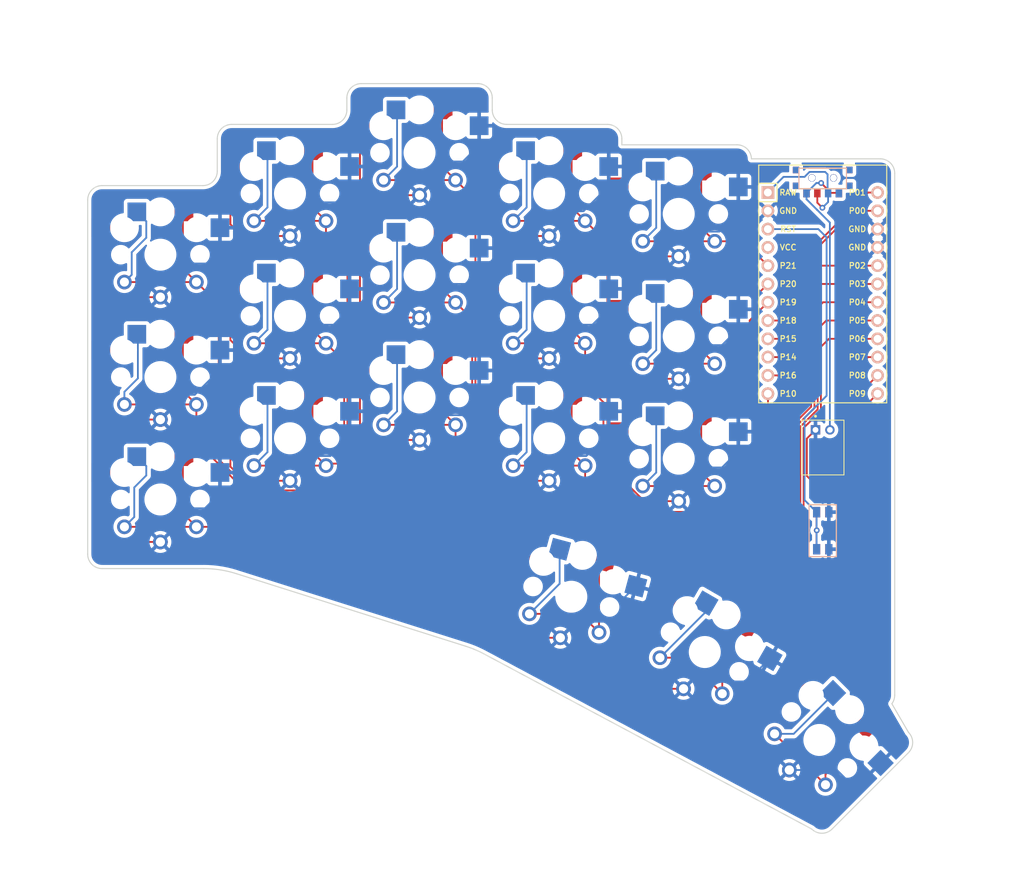
<source format=kicad_pcb>
(kicad_pcb (version 20211014) (generator pcbnew)
  (title_block (title "rae_dux_no_splay") (rev "v1.0.0") (company "Unknown"))
  (layers (0 "F.Cu" signal) (31 "B.Cu" signal) (34 "B.Paste" user) (35 "F.Paste" user) (36 "B.SilkS" user "B.Silkscreen") (37 "F.SilkS" user "F.Silkscreen") (38 "B.Mask" user) (39 "F.Mask" user) (44 "Edge.Cuts" user))
  (net 0 "")
  (net 1 "P6")
  (net 2 "GND")
  (net 3 "P5")
  (net 4 "P4")
  (net 5 "P3")
  (net 6 "P2")
  (net 7 "P0")
  (net 8 "P1")
  (net 9 "P18")
  (net 10 "P15")
  (net 11 "P14")
  (net 12 "P16")
  (net 13 "P10")
  (net 14 "P19")
  (net 15 "P20")
  (net 16 "P21")
  (net 17 "P7")
  (net 18 "P8")
  (net 19 "P9")
  (net 20 "RAW")
  (net 21 "RST")
  (net 22 "VCC")
  (net 23 "Braw")
  (footprint "E73:SPDT_C128955" (layer "F.Cu") (at 160 -94.666667)
    (fp_text reference "T1" hide)
    (fp_text value "" hide)
  )
  (footprint "lib:bat" (layer "F.Cu") (at 160 -59.666667)
    (fp_text reference "")
    (fp_text value "")
  )
  (footprint "PG1350" (layer "F.Cu") (at 104 -81.166667)
    (fp_text reference "S15" hide)
    (fp_text value "" hide)
  )
  (footprint "PG1350" (layer "F.Cu") (at 86 -75.5)
    (fp_text reference "S9" hide)
    (fp_text value "" hide)
  )
  (footprint "PG1350" (layer "F.Cu") (at 104 -64.166667 180)
    (fp_text reference "S14" hide)
    (fp_text value "" hide)
  )
  (footprint "PG1350" (layer "F.Cu") (at 104 -64.166667)
    (fp_text reference "S13" hide)
    (fp_text value "" hide)
  )
  (footprint "PG1350" (layer "F.Cu") (at 104 -98.166667)
    (fp_text reference "S17" hide)
    (fp_text value "" hide)
  )
  (footprint "PG1350" (layer "F.Cu") (at 140 -72.666667)
    (fp_text reference "S27" hide)
    (fp_text value "" hide)
  )
  (footprint "PG1350" (layer "F.Cu") (at 104 -98.166667 180)
    (fp_text reference "S18" hide)
    (fp_text value "" hide)
  )
  (footprint "PG1350" (layer "F.Cu") (at 104 -81.166667 180)
    (fp_text reference "S16" hide)
    (fp_text value "" hide)
  )
  (footprint "PG1350" (layer "F.Cu") (at 143.617558 -28.810397 -30)
    (fp_text reference "S33" hide)
    (fp_text value "" hide)
  )
  (footprint "PG1350" (layer "F.Cu") (at 125.079959 -36.488922 -15)
    (fp_text reference "S31" hide)
    (fp_text value "" hide)
  )
  (footprint "PG1350" (layer "F.Cu") (at 68 -84 180)
    (fp_text reference "S6" hide)
    (fp_text value "" hide)
  )
  (footprint "PG1350" (layer "F.Cu") (at 140 -89.666667)
    (fp_text reference "S29" hide)
    (fp_text value "" hide)
  )
  (footprint "PG1350" (layer "F.Cu") (at 68 -50 180)
    (fp_text reference "S2" hide)
    (fp_text value "" hide)
  )
  (footprint "PG1350" (layer "F.Cu") (at 140 -89.666667 180)
    (fp_text reference "S30" hide)
    (fp_text value "" hide)
  )
  (footprint "PG1350" (layer "F.Cu") (at 140 -55.666667)
    (fp_text reference "S25" hide)
    (fp_text value "" hide)
  )
  (footprint "PG1350" (layer "F.Cu") (at 86 -58.5)
    (fp_text reference "S7" hide)
    (fp_text value "" hide)
  )
  (footprint "PG1350" (layer "F.Cu") (at 122 -92.5)
    (fp_text reference "S23" hide)
    (fp_text value "" hide)
  )
  (footprint "PG1350" (layer "F.Cu") (at 140 -55.666667 180)
    (fp_text reference "S26" hide)
    (fp_text value "" hide)
  )
  (footprint "PG1350" (layer "F.Cu") (at 143.617558 -28.810397 150)
    (fp_text reference "S34" hide)
    (fp_text value "" hide)
  )
  (footprint "PG1350" (layer "F.Cu") (at 86 -75.5 180)
    (fp_text reference "S10" hide)
    (fp_text value "" hide)
  )
  (footprint "PG1350" (layer "F.Cu") (at 86 -58.5 180)
    (fp_text reference "S8" hide)
    (fp_text value "" hide)
  )
  (footprint "PG1350" (layer "F.Cu") (at 122 -58.5 180)
    (fp_text reference "S20" hide)
    (fp_text value "" hide)
  )
  (footprint "E73:SW_TACT_EVQ-P2602W" (layer "F.Cu") (at 160 -45.666667 90)
    (fp_text reference "B1" hide)
    (fp_text value "" hide)
  )
  (footprint "PG1350" (layer "F.Cu") (at 122 -75.5)
    (fp_text reference "S21" hide)
    (fp_text value "" hide)
  )
  (footprint "PG1350" (layer "F.Cu") (at 86 -92.5 180)
    (fp_text reference "S12" hide)
    (fp_text value "" hide)
  )
  (footprint "E73:SPDT_C128955" (layer "F.Cu") (at 160 -94.666667)
    (fp_text reference "T2" hide)
    (fp_text value "" hide)
  )
  (footprint "PG1350" (layer "F.Cu") (at 140 -72.666667 180)
    (fp_text reference "S28" hide)
    (fp_text value "" hide)
  )
  (footprint "PG1350" (layer "F.Cu") (at 68 -50)
    (fp_text reference "S1" hide)
    (fp_text value "" hide)
  )
  (footprint "ProMicro" (layer "F.Cu") (at 160 -78.666667 -90)
    (fp_text reference "MCU1" hide)
    (fp_text value "" hide)
  )
  (footprint "PG1350" (layer "F.Cu") (at 122 -92.5 180)
    (fp_text reference "S24" hide)
    (fp_text value "" hide)
  )
  (footprint "PG1350" (layer "F.Cu") (at 68 -67 180)
    (fp_text reference "S4" hide)
    (fp_text value "" hide)
  )
  (footprint "E73:SW_TACT_EVQ-P2602W" (layer "F.Cu") (at 160 -45.666667 90)
    (fp_text reference "B2" hide)
    (fp_text value "" hide)
  )
  (footprint "PG1350" (layer "F.Cu") (at 68 -84)
    (fp_text reference "S5" hide)
    (fp_text value "" hide)
  )
  (footprint "PG1350" (layer "F.Cu") (at 159.536156 -16.595628 135)
    (fp_text reference "S36" hide)
    (fp_text value "" hide)
  )
  (footprint "PG1350" (layer "F.Cu") (at 68 -67)
    (fp_text reference "S3" hide)
    (fp_text value "" hide)
  )
  (footprint "PG1350" (layer "F.Cu") (at 125.079959 -36.488922 165)
    (fp_text reference "S32" hide)
    (fp_text value "" hide)
  )
  (footprint "PG1350" (layer "F.Cu") (at 122 -75.5 180)
    (fp_text reference "S22" hide)
    (fp_text value "" hide)
  )
  (footprint "PG1350" (layer "F.Cu") (at 159.536156 -16.595628 -45)
    (fp_text reference "S35" hide)
    (fp_text value "" hide)
  )
  (footprint "PG1350" (layer "F.Cu") (at 86 -92.5)
    (fp_text reference "S11" hide)
    (fp_text value "" hide)
  )
  (footprint "PG1350" (layer "F.Cu") (at 122 -58.5)
    (fp_text reference "S19" hide)
    (fp_text value "" hide)
  )
  (gr_line (start 59.9 -40.4) (end 73.999859 -40.4) (layer "Edge.Cuts") (width 0.15))
  (gr_line (start 158.475495 -4.221259) (end 112.959796 -28.54046) (layer "Edge.Cuts") (width 0.15))
  (gr_arc (start 170 -22.816666) (mid 169.899318 -22.190097) (end 169.607411 -21.626612) (layer "Edge.Cuts") (width 0.15))
  (gr_arc (start 116.1 -102.1) (mid 114.685786 -102.685786) (end 114.1 -104.1) (layer "Edge.Cuts") (width 0.15))
  (gr_line (start 161.303923 -4.221259) (end 171.910524 -14.827861) (layer "Edge.Cuts") (width 0.15))
  (gr_line (start 132.1 -99.266667) (end 148.1 -99.266667) (layer "Edge.Cuts") (width 0.15))
  (gr_arc (start 161.303923 -4.221259) (mid 159.889709 -3.635472) (end 158.475495 -4.221259) (layer "Edge.Cuts") (width 0.15))
  (gr_line (start 169.607411 -21.626612) (end 171.910524 -17.656288) (layer "Edge.Cuts") (width 0.15))
  (gr_arc (start 57.9 -91.6) (mid 58.485786 -93.014214) (end 59.9 -93.6) (layer "Edge.Cuts") (width 0.15))
  (gr_line (start 110.415544 -29.611839) (end 78.524421 -39.70134) (layer "Edge.Cuts") (width 0.15))
  (gr_arc (start 73.999859 -40.4) (mid 76.288952 -40.224306) (end 78.524421 -39.70134) (layer "Edge.Cuts") (width 0.15))
  (gr_arc (start 75.9 -100.1) (mid 76.485786 -101.514214) (end 77.9 -102.1) (layer "Edge.Cuts") (width 0.15))
  (gr_arc (start 168 -97.316667) (mid 169.414214 -96.730881) (end 170 -95.316667) (layer "Edge.Cuts") (width 0.15))
  (gr_arc (start 93.9 -105.766667) (mid 94.485786 -107.180881) (end 95.9 -107.766667) (layer "Edge.Cuts") (width 0.15))
  (gr_line (start 116.1 -102.1) (end 130.1 -102.1) (layer "Edge.Cuts") (width 0.15))
  (gr_line (start 93.9 -104.1) (end 93.9 -105.766667) (layer "Edge.Cuts") (width 0.15))
  (gr_arc (start 171.910524 -17.656287) (mid 172.49631 -16.242074) (end 171.910524 -14.827861) (layer "Edge.Cuts") (width 0.15))
  (gr_arc (start 93.9 -104.1) (mid 93.314214 -102.685786) (end 91.9 -102.1) (layer "Edge.Cuts") (width 0.15))
  (gr_line (start 168 -97.316667) (end 150.099375 -97.316667) (layer "Edge.Cuts") (width 0.15))
  (gr_line (start 170 -22.816667) (end 170 -95.316667) (layer "Edge.Cuts") (width 0.15))
  (gr_line (start 132.1 -100.1) (end 132.1 -99.266667) (layer "Edge.Cuts") (width 0.15))
  (gr_line (start 95.9 -107.766667) (end 112.1 -107.766667) (layer "Edge.Cuts") (width 0.15))
  (gr_line (start 59.9 -93.6) (end 73.9 -93.6) (layer "Edge.Cuts") (width 0.15))
  (gr_arc (start 112.1 -107.766667) (mid 113.514214 -107.180881) (end 114.1 -105.766667) (layer "Edge.Cuts") (width 0.15))
  (gr_line (start 77.9 -102.1) (end 91.9 -102.1) (layer "Edge.Cuts") (width 0.15))
  (gr_line (start 114.1 -105.766667) (end 114.1 -104.1) (layer "Edge.Cuts") (width 0.15))
  (gr_arc (start 110.415544 -29.611839) (mid 111.71237 -29.134805) (end 112.959796 -28.54046) (layer "Edge.Cuts") (width 0.15))
  (gr_line (start 75.9 -95.6) (end 75.9 -100.1) (layer "Edge.Cuts") (width 0.15))
  (gr_arc (start 148.1 -99.266667) (mid 149.496424 -98.698449) (end 150.099375 -97.316667) (layer "Edge.Cuts") (width 0.15))
  (gr_line (start 57.9 -42.4) (end 57.9 -91.6) (layer "Edge.Cuts") (width 0.15))
  (gr_arc (start 75.9 -95.6) (mid 75.314214 -94.185786) (end 73.9 -93.6) (layer "Edge.Cuts") (width 0.15))
  (gr_arc (start 59.9 -40.4) (mid 58.485786 -40.985786) (end 57.9 -42.4) (layer "Edge.Cuts") (width 0.15))
  (gr_arc (start 130.1 -102.1) (mid 131.514214 -101.514214) (end 132.1 -100.1) (layer "Edge.Cuts") (width 0.15))
  (segment (start 160.86674 -72.316667) (end 167.62 -72.316667) (width 0.25) (layer "F.Cu") (net 1))
  (segment (start 157.937724 -60.512947) (end 159.749738 -62.324961) (width 0.25) (layer "F.Cu") (net 1))
  (segment (start 73 -46.2) (end 63 -46.2) (width 0.25) (layer "F.Cu") (net 1))
  (segment (start 79.66952 -46.2) (end 83.82 -50.35048) (width 0.25) (layer "F.Cu") (net 1))
  (segment (start 83.82 -50.35048) (end 91.795669 -50.35048) (width 0.25) (layer "F.Cu") (net 1))
  (segment (start 159.749738 -62.324961) (end 159.749738 -71.199665) (width 0.25) (layer "F.Cu") (net 1))
  (segment (start 71.125479 -48.074521) (end 71.125479 -55.800479) (width 0.25) (layer "F.Cu") (net 1))
  (segment (start 129.944354 -43.328497) (end 151.921386 -43.328496) (width 0.25) (layer "F.Cu") (net 1))
  (segment (start 157.34472 -59.930613) (end 157.927053 -60.512947) (width 0.25) (layer "F.Cu") (net 1))
  (segment (start 126.069011 -47.20384) (end 129.944354 -43.328497) (width 0.25) (layer "F.Cu") (net 1))
  (segment (start 91.795669 -50.35048) (end 95.077589 -53.6324) (width 0.25) (layer "F.Cu") (net 1))
  (segment (start 159.749738 -71.199665) (end 160.86674 -72.316667) (width 0.25) (layer "F.Cu") (net 1))
  (segment (start 73 -46.2) (end 79.66952 -46.2) (width 0.25) (layer "F.Cu") (net 1))
  (segment (start 71.125479 -55.800479) (end 71.275 -55.95) (width 0.25) (layer "F.Cu") (net 1))
  (segment (start 73 -46.2) (end 71.125479 -48.074521) (width 0.25) (layer "F.Cu") (net 1))
  (segment (start 157.34472 -48.751831) (end 157.34472 -59.930613) (width 0.25) (layer "F.Cu") (net 1))
  (segment (start 157.927053 -60.512947) (end 157.937724 -60.512947) (width 0.25) (layer "F.Cu") (net 1))
  (segment (start 108.921861 -53.6324) (end 115.350423 -47.20384) (width 0.25) (layer "F.Cu") (net 1))
  (segment (start 115.350423 -47.20384) (end 126.069011 -47.20384) (width 0.25) (layer "F.Cu") (net 1))
  (segment (start 95.077589 -53.6324) (end 108.921861 -53.6324) (width 0.25) (layer "F.Cu") (net 1))
  (segment (start 151.921386 -43.328496) (end 157.34472 -48.751831) (width 0.25) (layer "F.Cu") (net 1))
  (segment (start 66.04 -54.635) (end 64.725 -55.95) (width 0.25) (layer "B.Cu") (net 1))
  (segment (start 64.370487 -47.570487) (end 64.370487 -51.670487) (width 0.25) (layer "B.Cu") (net 1))
  (segment (start 66.04 -53.34) (end 66.04 -54.635) (width 0.25) (layer "B.Cu") (net 1))
  (segment (start 64.370487 -51.670487) (end 66.04 -53.34) (width 0.25) (layer "B.Cu") (net 1))
  (segment (start 63 -46.2) (end 64.370487 -47.570487) (width 0.25) (layer "B.Cu") (net 1))
  (segment (start 160.85 -48.241667) (end 160.85 -43.091667) (width 0.25) (layer "F.Cu") (net 2))
  (segment (start 134.62 -27.94) (end 138.859153 -23.700847) (width 0.25) (layer "F.Cu") (net 2))
  (segment (start 131.725 -93.416667) (end 131.725 -85.917938) (width 0.25) (layer "F.Cu") (net 2))
  (segment (start 156.336498 -25.098587) (end 150.565461 -19.32755) (width 0.25) (layer "F.Cu") (net 2))
  (segment (start 95.725 -67.916667) (end 95.725 -59.829228) (width 0.25) (layer "F.Cu") (net 2))
  (segment (start 95.725 -59.829228) (end 97.287561 -58.266667) (width 0.25) (layer "F.Cu") (net 2))
  (segment (start 61.6 -78.1) (end 68 -78.1) (width 0.25) (layer "F.Cu") (net 2))
  (segment (start 59.725 -87.75) (end 59.725 -79.975) (width 0.25) (layer "F.Cu") (net 2))
  (segment (start 113.725 -62.25) (end 113.725 -55.180422) (width 0.25) (layer "F.Cu") (net 2))
  (segment (start 61.354384 -61.1) (end 68 -61.1) (width 0.25) (layer "F.Cu") (net 2))
  (segment (start 80.26 -69.6) (end 86 -69.6) (width 0.25) (layer "F.Cu") (net 2))
  (segment (start 97.287561 -58.266667) (end 104 -58.266667) (width 0.25) (layer "F.Cu") (net 2))
  (segment (start 115.82 -69.6) (end 122 -69.6) (width 0.25) (layer "F.Cu") (net 2))
  (segment (start 131.725 -59.416667) (end 131.725 -53.245897) (width 0.25) (layer "F.Cu") (net 2))
  (segment (start 113.725 -88.261299) (end 115.386299 -86.6) (width 0.25) (layer "F.Cu") (net 2))
  (segment (start 116.84 -41.035377) (end 116.84 -33.02) (width 0.25) (layer "F.Cu") (net 2))
  (segment (start 59.725 -70.75) (end 59.725 -62.729384) (width 0.25) (layer "F.Cu") (net 2))
  (segment (start 159 -59.666667) (end 157.79424 -58.460907) (width 0.25) (layer "F.Cu") (net 2))
  (segment (start 59.725 -79.975) (end 61.6 -78.1) (width 0.25) (layer "F.Cu") (net 2))
  (segment (start 79.349467 -86.6) (end 86 -86.6) (width 0.25) (layer "F.Cu") (net 2))
  (segment (start 59.725 -45.903442) (end 61.528442 -44.1) (width 0.25) (layer "F.Cu") (net 2))
  (segment (start 134.62 -32.489294) (end 134.62 -27.94) (width 0.25) (layer "F.Cu") (net 2))
  (segment (start 116.84 -33.02) (end 119.07004 -30.78996) (width 0.25) (layer "F.Cu") (net 2))
  (segment (start 133.876271 -83.766667) (end 140 -83.766667) (width 0.25) (layer "F.Cu") (net 2))
  (segment (start 61.528442 -44.1) (end 68 -44.1) (width 0.25) (layer "F.Cu") (net 2))
  (segment (start 131.725 -85.917938) (end 133.876271 -83.766667) (width 0.25) (layer "F.Cu") (net 2))
  (segment (start 95.725 -84.916667) (end 95.725 -76.680458) (width 0.25) (layer "F.Cu") (net 2))
  (segment (start 95.725 -76.680458) (end 97.138791 -75.266667) (width 0.25) (layer "F.Cu") (net 2))
  (segment (start 77.725 -96.25) (end 77.725 -88.224467) (width 0.25) (layer "F.Cu") (net 2))
  (segment (start 135.20423 -49.766667) (end 140 -49.766667) (width 0.25) (layer "F.Cu") (net 2))
  (segment (start 116.305422 -52.6) (end 122 -52.6) (width 0.25) (layer "F.Cu") (net 2))
  (segment (start 59.725 -62.729384) (end 61.354384 -61.1) (width 0.25) (layer "F.Cu") (net 2))
  (segment (start 95.725 -101.916667) (end 95.725 -93.641113) (width 0.25) (layer "F.Cu") (net 2))
  (segment (start 131.725 -53.245897) (end 135.20423 -49.766667) (width 0.25) (layer "F.Cu") (net 2))
  (segment (start 77.725 -88.224467) (end 79.349467 -86.6) (width 0.25) (layer "F.Cu") (net 2))
  (segment (start 131.725 -69.171012) (end 134.129345 -66.766667) (width 0.25) (layer "F.Cu") (net 2))
  (segment (start 113.725 -55.180422) (end 116.305422 -52.6) (width 0.25) (layer "F.Cu") (net 2))
  (segment (start 134.129345 -66.766667) (end 140 -66.766667) (width 0.25) (layer "F.Cu") (net 2))
  (segment (start 59.725 -53.75) (end 59.725 -45.903442) (width 0.25) (layer "F.Cu") (net 2))
  (segment (start 118.057494 -42.252871) (end 116.84 -41.035377) (width 0.25) (layer "F.Cu") (net 2))
  (segment (start 77.725 -79.25) (end 77.725 -72.135) (width 0.25) (layer "F.Cu") (net 2))
  (segment (start 131.725 -76.416667) (end 131.725 -69.171012) (width 0.25) (layer "F.Cu") (net 2))
  (segment (start 77.725 -72.135) (end 80.26 -69.6) (width 0.25) (layer "F.Cu") (net 2))
  (segment (start 97.099446 -92.266667) (end 104 -92.266667) (width 0.25) (layer "F.Cu") (net 2))
  (segment (start 95.725 -93.641113) (end 97.099446 -92.266667) (width 0.25) (layer "F.Cu") (net 2))
  (segment (start 113.725 -96.25) (end 113.725 -88.261299) (width 0.25) (layer "F.Cu") (net 2))
  (segment (start 77.725 -54.560175) (end 79.685175 -52.6) (width 0.25) (layer "F.Cu") (net 2))
  (segment (start 138.326198 -36.195492) (end 134.62 -32.489294) (width 0.25) (layer "F.Cu") (net 2))
  (segment (start 115.386299 -86.6) (end 122 -86.6) (width 0.25) (layer "F.Cu") (net 2))
  (segment (start 138.859153 -23.700847) (end 140.667558 -23.700847) (width 0.25) (layer "F.Cu") (net 2))
  (segment (start 113.725 -71.695) (end 115.82 -69.6) (width 0.25) (layer "F.Cu") (net 2))
  (segment (start 119.07004 -30.78996) (end 123.552927 -30.78996) (width 0.25) (layer "F.Cu") (net 2))
  (segment (start 79.685175 -52.6) (end 86 -52.6) (width 0.25) (layer "F.Cu") (net 2))
  (segment (start 150.565461 -19.32755) (end 150.565461 -17.222463) (width 0.25) (layer "F.Cu") (net 2))
  (segment (start 160.85 -50.217625) (end 160.85 -48.241667) (width 0.25) (layer "F.Cu") (net 2))
  (segment (start 77.725 -62.25) (end 77.725 -54.560175) (width 0.25) (layer "F.Cu") (net 2))
  (segment (start 150.565461 -17.222463) (end 155.364226 -12.423698) (width 0.25) (layer "F.Cu") (net 2))
  (segment (start 113.725 -79.25) (end 113.725 -71.695) (width 0.25) (layer "F.Cu") (net 2))
  (segment (start 157.79424 -58.460907) (end 157.79424 -53.273385) (width 0.25) (layer "F.Cu") (net 2))
  (segment (start 97.138791 -75.266667) (end 104 -75.266667) (width 0.25) (layer "F.Cu") (net 2))
  (segment (start 157.79424 -53.273385) (end 160.85 -50.217625) (width 0.25) (layer "F.Cu") (net 2))
  (segment (start 72.674579 -82.774579) (end 75.154579 -82.774579) (width 0.25) (layer "B.Cu") (net 2))
  (segment (start 125.782967 -33.02) (end 132.08 -33.02) (width 0.25) (layer "B.Cu") (net 2))
  (segment (start 72.773519 -64.540511) (end 76.275 -68.041992) (width 0.25) (layer "B.Cu") (net 2))
  (segment (start 145.627178 -87.207178) (end 148.275 -89.855) (width 0.25) (layer "B.Cu") (net 2))
  (segment (start 140 -83.766667) (end 143.440511 -87.207178) (width 0.25) (layer "B.Cu") (net 2))
  (segment (start 132.08 -33.02) (end 132.08 -36.005849) (width 0.25) (layer "B.Cu") (net 2))
  (segment (start 140 -49.766667) (end 144.674579 -54.441246) (width 0.25) (layer "B.Cu") (net 2))
  (segment (start 71.440511 -64.540511) (end 72.773519 -64.540511) (width 0.25) (layer "B.Cu") (net 2))
  (segment (start 91.600511 -56.040511) (end 94.275 -58.715) (width 0.25) (layer "B.Cu") (net 2))
  (segment (start 68 -44.1) (end 72.674579 -48.774579) (width 0.25) (layer "B.Cu") (net 2))
  (segment (start 127.160511 -56.040511) (end 130.275 -59.155) (width 0.25) (layer "B.Cu") (net 2))
  (segment (start 109.967178 -61.707178) (end 112.275 -64.015) (width 0.25) (layer "B.Cu") (net 2))
  (segment (start 76.275 -50.875) (end 76.275 -53.75) (width 0.25) (layer "B.Cu") (net 2))
  (segment (start 123.552927 -30.78996) (end 125.782967 -33.02) (width 0.25) (layer "B.Cu") (net 2))
  (segment (start 68 -78.1) (end 72.674579 -82.774579) (width 0.25) (layer "B.Cu") (net 2))
  (segment (start 72.674579 -48.774579) (end 74.174579 -48.774579) (width 0.25) (layer "B.Cu") (net 2))
  (segment (start 112.275 -64.015) (end 112.275 -67.916667) (width 0.25) (layer "B.Cu") (net 2))
  (segment (start 94.275 -58.715) (end 94.275 -62.25) (width 0.25) (layer "B.Cu") (net 2))
  (segment (start 146.007587 -54.441246) (end 148.275 -56.708659) (width 0.25) (layer "B.Cu") (net 2))
  (segment (start 141.683557 -24.716846) (end 149.455272 -24.716846) (width 0.25) (layer "B.Cu") (net 2))
  (segment (start 112.275 -99.208659) (end 112.275 -101.916667) (width 0.25) (layer "B.Cu") (net 2))
  (segment (start 104 -58.266667) (end 107.440511 -61.707178) (width 0.25) (layer "B.Cu") (net 2))
  (segment (start 130.275 -59.155) (end 130.275 -62.25) (width 0.25) (layer "B.Cu") (net 2))
  (segment (start 148.275 -56.708659) (end 148.275 -59.416667) (width 0.25) (layer "B.Cu") (net 2))
  (segment (start 90.674579 -74.274579) (end 92.054579 -74.274579) (width 0.25) (layer "B.Cu") (net 2))
  (segment (start 86 -86.6) (end 90.674579 -91.274579) (width 0.25) (layer "B.Cu") (net 2))
  (segment (start 104 -92.266667) (end 108.674579 -96.941246) (width 0.25) (layer "B.Cu") (net 2))
  (segment (start 144.674579 -54.441246) (end 146.007587 -54.441246) (width 0.25) (layer "B.Cu") (net 2))
  (segment (start 94.275 -76.495) (end 94.275 -79.25) (width 0.25) (layer "B.Cu") (net 2))
  (segment (start 164.238776 -10.16) (end 164.803145 -10.16) (width 0.25) (layer "B.Cu") (net 2))
  (segment (start 132.08 -36.005849) (end 134.043567 -37.969416) (width 0.25) (layer "B.Cu") (net 2))
  (segment (start 108.674579 -79.941246) (end 110.421246 -79.941246) (width 0.25) (layer "B.Cu") (net 2))
  (segment (start 148.275 -73.708659) (end 148.275 -76.416667) (width 0.25) (layer "B.Cu") (net 2))
  (segment (start 140 -66.766667) (end 144.674579 -71.441246) (width 0.25) (layer "B.Cu") (net 2))
  (segment (start 107.440511 -61.707178) (end 109.967178 -61.707178) (width 0.25) (layer "B.Cu") (net 2))
  (segment (start 128.007587 -74.274579) (end 130.275 -76.541992) (width 0.25) (layer "B.Cu") (net 2))
  (segment (start 122 -69.6) (end 126.674579 -74.274579) (width 0.25) (layer "B.Cu") (net 2))
  (segment (start 149.455272 -24.716846) (end 152.658918 -27.920492) (width 0.25) (layer "B.Cu") (net 2))
  (segment (start 76.275 -68.041992) (end 76.275 -70.75) (width 0.25) (layer "B.Cu") (net 2))
  (segment (start 89.440511 -56.040511) (end 91.600511 -56.040511) (width 0.25) (layer "B.Cu") (net 2))
  (segment (start 112.275 -81.795) (end 112.275 -84.916667) (width 0.25) (layer "B.Cu") (net 2))
  (segment (start 104 -75.266667) (end 108.674579 -79.941246) (width 0.25) (layer "B.Cu") (net 2))
  (segment (start 76.275 -83.895) (end 76.275 -87.75) (width 0.25) (layer "B.Cu") (net 2))
  (segment (start 130.275 -93.541992) (end 130.275 -96.25) (width 0.25) (layer "B.Cu") (net 2))
  (segment (start 155.364226 -12.423698) (end 161.975078 -12.423698) (width 0.25) (layer "B.Cu") (net 2))
  (segment (start 130.275 -76.541992) (end 130.275 -79.25) (width 0.25) (layer "B.Cu") (net 2))
  (segment (start 86 -69.6) (end 90.674579 -74.274579) (width 0.25) (layer "B.Cu") (net 2))
  (segment (start 75.154579 -82.774579) (end 76.275 -83.895) (width 0.25) (layer "B.Cu") (net 2))
  (segment (start 164.803145 -10.16) (end 168.039115 -13.39597) (width 0.25) (layer "B.Cu") (net 2))
  (segment (start 126.674579 -74.274579) (end 128.007587 -74.274579) (width 0.25) (layer "B.Cu") (net 2))
  (segment (start 125.440511 -90.040511) (end 126.773519 -90.040511) (width 0.25) (layer "B.Cu") (net 2))
  (segment (start 108.674579 -96.941246) (end 110.007587 -96.941246) (width 0.25) (layer "B.Cu") (net 2))
  (segment (start 74.174579 -48.774579) (end 76.275 -50.875) (width 0.25) (layer "B.Cu") (net 2))
  (segment (start 94.275 -91.735) (end 94.275 -96.25) (width 0.25) (layer "B.Cu") (net 2))
  (segment (start 143.440511 -87.207178) (end 145.627178 -87.207178) (width 0.25) (layer "B.Cu") (net 2))
  (segment (start 126.773519 -90.040511) (end 130.275 -93.541992) (width 0.25) (layer "B.Cu") (net 2))
  (segment (start 110.421246 -79.941246) (end 112.275 -81.795) (width 0.25) (layer "B.Cu") (net 2))
  (segment (start 86 -52.6) (end 89.440511 -56.040511) (width 0.25) (layer "B.Cu") (net 2))
  (segment (start 140.667558 -23.700847) (end 141.683557 -24.716846) (width 0.25) (layer "B.Cu") (net 2))
  (segment (start 122 -86.6) (end 125.440511 -90.040511) (width 0.25) (layer "B.Cu") (net 2))
  (segment (start 125.440511 -56.040511) (end 127.160511 -56.040511) (width 0.25) (layer "B.Cu") (net 2))
  (segment (start 110.007587 -96.941246) (end 112.275 -99.208659) (width 0.25) (layer "B.Cu") (net 2))
  (segment (start 146.007587 -71.441246) (end 148.275 -73.708659) (width 0.25) (layer "B.Cu") (net 2))
  (segment (start 122 -52.6) (end 125.440511 -56.040511) (width 0.25) (layer "B.Cu") (net 2))
  (segment (start 93.814579 -91.274579) (end 94.275 -91.735) (width 0.25) (layer "B.Cu") (net 2))
  (segment (start 68 -61.1) (end 71.440511 -64.540511) (width 0.25) (layer "B.Cu") (net 2))
  (segment (start 92.054579 -74.274579) (end 94.275 -76.495) (width 0.25) (layer "B.Cu") (net 2))
  (segment (start 144.674579 -71.441246) (end 146.007587 -71.441246) (width 0.25) (layer "B.Cu") (net 2))
  (segment (start 161.975078 -12.423698) (end 164.238776 -10.16) (width 0.25) (layer "B.Cu") (net 2))
  (segment (start 148.275 -89.855) (end 148.275 -93.416667) (width 0.25) (layer "B.Cu") (net 2))
  (segment (start 90.674579 -91.274579) (end 93.814579 -91.274579) (width 0.25) (layer "B.Cu") (net 2))
  (segment (start 158.762901 -61.984513) (end 158.773574 -61.984513) (width 0.25) (layer "F.Cu") (net 3))
  (segment (start 159.300219 -62.511159) (end 159.300219 -73.66) (width 0.25) (layer "F.Cu") (net 3))
  (segment (start 156.8952 -48.938028) (end 156.8952 -60.116811) (width 0.25) (layer "F.Cu") (net 3))
  (segment (start 158.773574 -61.984513) (end 159.300219 -62.511159) (width 0.25) (layer "F.Cu") (net 3))
  (segment (start 71.125479 -72.800479) (end 71.275 -72.95) (width 0.25) (layer "F.Cu") (net 3))
  (segment (start 73 -63.2) (end 73 -58.013739) (width 0.25) (layer "F.Cu") (net 3))
  (segment (start 115.53662 -47.65336) (end 126.255208 -47.65336) (width 0.25) (layer "F.Cu") (net 3))
  (segment (start 130.130556 -43.778016) (end 151.735188 -43.778016) (width 0.25) (layer "F.Cu") (net 3))
  (segment (start 94.891786 -54.082313) (end 94.892179 -54.08192) (width 0.25) (layer "F.Cu") (net 3))
  (segment (start 109.108059 -54.08192) (end 115.53662 -47.65336) (width 0.25) (layer "F.Cu") (net 3))
  (segment (start 73 -63.2) (end 71.125479 -65.074521) (width 0.25) (layer "F.Cu") (net 3))
  (segment (start 80.213739 -50.8) (end 91.609472 -50.8) (width 0.25) (layer "F.Cu") (net 3))
  (segment (start 126.255208 -47.65336) (end 130.130556 -43.778016) (width 0.25) (layer "F.Cu") (net 3))
  (segment (start 73 -63.2) (end 63 -63.2) (width 0.25) (layer "F.Cu") (net 3))
  (segment (start 151.735188 -43.778016) (end 156.8952 -48.938028) (width 0.25) (layer "F.Cu") (net 3))
  (segment (start 73 -58.013739) (end 80.213739 -50.8) (width 0.25) (layer "F.Cu") (net 3))
  (segment (start 71.125479 -65.074521) (end 71.125479 -72.800479) (width 0.25) (layer "F.Cu") (net 3))
  (segment (start 160.496886 -74.856667) (end 167.62 -74.856667) (width 0.25) (layer "F.Cu") (net 3))
  (segment (start 156.8952 -60.116811) (end 158.762901 -61.984513) (width 0.25) (layer "F.Cu") (net 3))
  (segment (start 94.892179 -54.08192) (end 109.108059 -54.08192) (width 0.25) (layer "F.Cu") (net 3))
  (segment (start 159.300219 -73.66) (end 160.496886 -74.856667) (width 0.25) (layer "F.Cu") (net 3))
  (segment (start 91.609472 -50.8) (end 94.891786 -54.082313) (width 0.25) (layer "F.Cu") (net 3))
  (segment (start 64.874521 -72.800479) (end 64.725 -72.95) (width 0.25) (layer "B.Cu") (net 3))
  (segment (start 64.874521 -66.828844) (end 64.874521 -72.800479) (width 0.25) (layer "B.Cu") (net 3))
  (segment (start 63 -64.954323) (end 64.874521 -66.828844) (width 0.25) (layer "B.Cu") (net 3))
  (segment (start 63 -63.2) (end 63 -64.954323) (width 0.25) (layer "B.Cu") (net 3))
  (segment (start 95.961409 -54.53144) (end 109.294257 -54.53144) (width 0.25) (layer "F.Cu") (net 4))
  (segment (start 130.316753 -44.227536) (end 151.548991 -44.227536) (width 0.25) (layer "F.Cu") (net 4))
  (segment (start 115.722817 -48.10288) (end 126.441406 -48.10288) (width 0.25) (layer "F.Cu") (net 4))
  (segment (start 158.576703 -62.434033) (end 158.587376 -62.434033) (width 0.25) (layer "F.Cu") (net 4))
  (segment (start 71.125479 -82.074521) (end 71.125479 -89.800479) (width 0.25) (layer "F.Cu") (net 4))
  (segment (start 156.44568 -49.124225) (end 156.44568 -60.303009) (width 0.25) (layer "F.Cu") (net 4))
  (segment (start 158.587376 -62.434033) (end 158.850699 -62.697356) (width 0.25) (layer "F.Cu") (net 4))
  (segment (start 156.44568 -60.303009) (end 158.576703 -62.434033) (width 0.25) (layer "F.Cu") (net 4))
  (segment (start 80.389968 -51.259489) (end 91.433244 -51.259489) (width 0.25) (layer "F.Cu") (net 4))
  (segment (start 158.850699 -76.2) (end 160.047366 -77.396667) (width 0.25) (layer "F.Cu") (net 4))
  (segment (start 95.961016 -54.531833) (end 95.961409 -54.53144) (width 0.25) (layer "F.Cu") (net 4))
  (segment (start 109.294257 -54.53144) (end 115.722817 -48.10288) (width 0.25) (layer "F.Cu") (net 4))
  (segment (start 160.047366 -77.396667) (end 167.62 -77.396667) (width 0.25) (layer "F.Cu") (net 4))
  (segment (start 151.548991 -44.227536) (end 156.44568 -49.124225) (width 0.25) (layer "F.Cu") (net 4))
  (segment (start 91.433244 -51.259489) (end 94.705588 -54.531833) (width 0.25) (layer "F.Cu") (net 4))
  (segment (start 73 -80.2) (end 76.107995 -77.092005) (width 0.25) (layer "F.Cu") (net 4))
  (segment (start 71.125479 -89.800479) (end 71.275 -89.95) (width 0.25) (layer "F.Cu") (net 4))
  (segment (start 76.107995 -77.092005) (end 76.107995 -76.965965) (width 0.25) (layer "F.Cu") (net 4))
  (segment (start 73 -80.2) (end 63 -80.2) (width 0.25) (layer "F.Cu") (net 4))
  (segment (start 76.107995 -76.965965) (end 76.100489 -76.958459) (width 0.25) (layer "F.Cu") (net 4))
  (segment (start 73 -80.2) (end 71.125479 -82.074521) (width 0.25) (layer "F.Cu") (net 4))
  (segment (start 76.100489 -55.548968) (end 80.389968 -51.259489) (width 0.25) (layer "F.Cu") (net 4))
  (segment (start 158.850699 -62.697356) (end 158.850699 -76.2) (width 0.25) (layer "F.Cu") (net 4))
  (segment (start 126.441406 -48.10288) (end 130.316753 -44.227536) (width 0.25) (layer "F.Cu") (net 4))
  (segment (start 94.705588 -54.531833) (end 95.961016 -54.531833) (width 0.25) (layer "F.Cu") (net 4))
  (segment (start 76.100489 -76.958459) (end 76.100489 -55.548968) (width 0.25) (layer "F.Cu") (net 4))
  (segment (start 63 -80.2) (end 64.015999 -81.215999) (width 0.25) (layer "B.Cu") (net 4))
  (segment (start 64.015999 -84.335999) (end 66.04 -86.36) (width 0.25) (layer "B.Cu") (net 4))
  (segment (start 66.04 -86.36) (end 66.04 -88.635) (width 0.25) (layer "B.Cu") (net 4))
  (segment (start 66.04 -88.635) (end 64.725 -89.95) (width 0.25) (layer "B.Cu") (net 4))
  (segment (start 64.015999 -81.215999) (end 64.015999 -84.335999) (width 0.25) (layer "B.Cu") (net 4))
  (segment (start 155.99616 -49.310422) (end 155.99616 -60.489207) (width 0.25) (layer "F.Cu") (net 5))
  (segment (start 91 -54.7) (end 91.281353 -54.981353) (width 0.25) (layer "F.Cu") (net 5))
  (segment (start 158.390505 -62.883553) (end 158.401179 -62.883553) (width 0.25) (layer "F.Cu") (net 5))
  (segment (start 96.147606 -54.98096) (end 109.480454 -54.98096) (width 0.25) (layer "F.Cu") (net 5))
  (segment (start 159.67152 -79.936667) (end 167.62 -79.936667) (width 0.25) (layer "F.Cu") (net 5))
  (segment (start 130.50295 -44.677056) (end 151.362794 -44.677056) (width 0.25) (layer "F.Cu") (net 5))
  (segment (start 115.909014 -48.5524) (end 126.627604 -48.5524) (width 0.25) (layer "F.Cu") (net 5))
  (segment (start 158.401179 -78.666326) (end 159.67152 -79.936667) (width 0.25) (layer "F.Cu") (net 5))
  (segment (start 158.401179 -62.883553) (end 158.401179 -78.666326) (width 0.25) (layer "F.Cu") (net 5))
  (segment (start 96.147212 -54.981353) (end 96.147606 -54.98096) (width 0.25) (layer "F.Cu") (net 5))
  (segment (start 126.627604 -48.5524) (end 130.50295 -44.677056) (width 0.25) (layer "F.Cu") (net 5))
  (segment (start 91 -54.7) (end 89.125479 -56.574521) (width 0.25) (layer "F.Cu") (net 5))
  (segment (start 91.281353 -54.981353) (end 96.147212 -54.981353) (width 0.25) (layer "F.Cu") (net 5))
  (segment (start 91 -54.7) (end 81 -54.7) (width 0.25) (layer "F.Cu") (net 5))
  (segment (start 109.480454 -54.98096) (end 115.909014 -48.5524) (width 0.25) (layer "F.Cu") (net 5))
  (segment (start 155.99616 -60.489207) (end 158.390505 -62.883553) (width 0.25) (layer "F.Cu") (net 5))
  (segment (start 151.362794 -44.677056) (end 155.99616 -49.310422) (width 0.25) (layer "F.Cu") (net 5))
  (segment (start 89.125479 -56.574521) (end 89.125479 -64.300479) (width 0.25) (layer "F.Cu") (net 5))
  (segment (start 89.125479 -64.300479) (end 89.275 -64.45) (width 0.25) (layer "F.Cu") (net 5))
  (segment (start 82.874521 -64.300479) (end 82.725 -64.45) (width 0.25) (layer "B.Cu") (net 5))
  (segment (start 82.874521 -56.574521) (end 82.874521 -64.300479) (width 0.25) (layer "B.Cu") (net 5))
  (segment (start 81 -54.7) (end 82.874521 -56.574521) (width 0.25) (layer "B.Cu") (net 5))
  (segment (start 93.53048 -69.16952) (end 93.53048 -58.233803) (width 0.25) (layer "F.Cu") (net 6))
  (segment (start 157.95166 -81.254234) (end 159.174093 -82.476667) (width 0.25) (layer "F.Cu") (net 6))
  (segment (start 157.95166 -63.080426) (end 157.95166 -81.254234) (width 0.25) (layer "F.Cu") (net 6))
  (segment (start 96.333803 -55.43048) (end 109.666649 -55.43048) (width 0.25) (layer "F.Cu") (net 6))
  (segment (start 126.813802 -49.00192) (end 130.689147 -45.126576) (width 0.25) (layer "F.Cu") (net 6))
  (segment (start 89.125479 -81.300479) (end 89.275 -81.45) (width 0.25) (layer "F.Cu") (net 6))
  (segment (start 91 -71.7) (end 89.125479 -73.574521) (width 0.25) (layer "F.Cu") (net 6))
  (segment (start 116.095211 -49.00192) (end 126.813802 -49.00192) (width 0.25) (layer "F.Cu") (net 6))
  (segment (start 91 -71.7) (end 93.53048 -69.16952) (width 0.25) (layer "F.Cu") (net 6))
  (segment (start 89.125479 -73.574521) (end 89.125479 -81.300479) (width 0.25) (layer "F.Cu") (net 6))
  (segment (start 93.53048 -58.233803) (end 96.333803 -55.43048) (width 0.25) (layer "F.Cu") (net 6))
  (segment (start 151.176597 -45.126576) (end 155.54664 -49.496619) (width 0.25) (layer "F.Cu") (net 6))
  (segment (start 155.54664 -49.496619) (end 155.54664 -60.675405) (width 0.25) (layer "F.Cu") (net 6))
  (segment (start 91 -71.7) (end 81 -71.7) (width 0.25) (layer "F.Cu") (net 6))
  (segment (start 130.689147 -45.126576) (end 151.176597 -45.126576) (width 0.25) (layer "F.Cu") (net 6))
  (segment (start 109.666649 -55.43048) (end 116.095211 -49.00192) (width 0.25) (layer "F.Cu") (net 6))
  (segment (start 155.54664 -60.675405) (end 157.95166 -63.080426) (width 0.25) (layer "F.Cu") (net 6))
  (segment (start 159.174093 -82.476667) (end 167.62 -82.476667) (width 0.25) (layer "F.Cu") (net 6))
  (segment (start 82.874521 -81.300479) (end 82.725 -81.45) (width 0.25) (layer "B.Cu") (net 6))
  (segment (start 81 -71.7) (end 82.874521 -73.574521) (width 0.25) (layer "B.Cu") (net 6))
  (segment (start 82.874521 -73.574521) (end 82.874521 -81.300479) (width 0.25) (layer "B.Cu") (net 6))
  (segment (start 93.98 -83.82) (end 93.98 -58.42) (width 0.25) (layer "F.Cu") (net 7))
  (segment (start 130.875344 -45.576096) (end 150.9904 -45.576096) (width 0.25) (layer "F.Cu") (net 7))
  (segment (start 91 -88.7) (end 81 -88.7) (width 0.25) (layer "F.Cu") (net 7))
  (segment (start 157.50214 -83.206422) (end 164.392385 -90.096667) (width 0.25) (layer "F.Cu") (net 7))
  (segment (start 89.125479 -98.300479) (end 89.275 -98.45) (width 0.25) (layer "F.Cu") (net 7))
  (segment (start 127 -49.45144) (end 130.875344 -45.576096) (width 0.25) (layer "F.Cu") (net 7))
  (segment (start 155.09712 -60.861603) (end 157.50214 -63.266624) (width 0.25) (layer "F.Cu") (net 7))
  (segment (start 91 -88.7) (end 91 -86.8) (width 0.25) (layer "F.Cu") (net 7))
  (segment (start 109.852847 -55.88) (end 116.281408 -49.45144) (width 0.25) (layer "F.Cu") (net 7))
  (segment (start 116.281408 -49.45144) (end 127 -49.45144) (width 0.25) (layer "F.Cu") (net 7))
  (segment (start 91 -88.7) (end 89.125479 -90.574521) (width 0.25) (layer "F.Cu") (net 7))
  (segment (start 155.09712 -49.682816) (end 155.09712 -60.861603) (width 0.25) (layer "F.Cu") (net 7))
  (segment (start 91 -86.8) (end 93.98 -83.82) (width 0.25) (layer "F.Cu") (net 7))
  (segment (start 157.50214 -63.266624) (end 157.50214 -83.206422) (width 0.25) (layer "F.Cu") (net 7))
  (segment (start 96.52 -55.88) (end 109.852847 -55.88) (width 0.25) (layer "F.Cu") (net 7))
  (segment (start 150.9904 -45.576096) (end 155.09712 -49.682816) (width 0.25) (layer "F.Cu") (net 7))
  (segment (start 89.125479 -90.574521) (end 89.125479 -98.300479) (width 0.25) (layer "F.Cu") (net 7))
  (segment (start 93.98 -58.42) (end 96.52 -55.88) (width 0.25) (layer "F.Cu") (net 7))
  (segment (start 164.392385 -90.096667) (end 167.62 -90.096667) (width 0.25) (layer "F.Cu") (net 7))
  (segment (start 81 -88.7) (end 82.874521 -90.574521) (width 0.25) (layer "B.Cu") (net 7))
  (segment (start 82.874521 -90.574521) (end 82.874521 -98.300479) (width 0.25) (layer "B.Cu") (net 7))
  (segment (start 82.874521 -98.300479) (end 82.725 -98.45) (width 0.25) (layer "B.Cu") (net 7))
  (segment (start 109 -60.366667) (end 99 -60.366667) (width 0.25) (layer "F.Cu") (net 8))
  (segment (start 107.275 -70.116667) (end 107.125479 -69.967146) (width 0.25) (layer "F.Cu") (net 8))
  (segment (start 157.05262 -63.452822) (end 157.05262 -83.39262) (width 0.25) (layer "F.Cu") (net 8))
  (segment (start 154.6476 -61.047801) (end 157.05262 -63.452822) (width 0.25) (layer "F.Cu") (net 8))
  (segment (start 166.296667 -92.636667) (end 167.62 -92.636667) (width 0.25) (layer "F.Cu") (net 8))
  (segment (start 109 -57.368565) (end 116.467605 -49.90096) (width 0.25) (layer "F.Cu") (net 8))
  (segment (start 116.467605 -49.90096) (end 127.260451 -49.90096) (width 0.25) (layer "F.Cu") (net 8))
  (segment (start 107.125479 -69.967146) (end 107.125479 -62.241188) (width 0.25) (layer "F.Cu") (net 8))
  (segment (start 154.6476 -49.869013) (end 154.6476 -61.047801) (width 0.25) (layer "F.Cu") (net 8))
  (segment (start 109 -60.366667) (end 109 -57.368565) (width 0.25) (layer "F.Cu") (net 8))
  (segment (start 150.804203 -46.025616) (end 154.6476 -49.869013) (width 0.25) (layer "F.Cu") (net 8))
  (segment (start 157.05262 -83.39262) (end 166.296667 -92.636667) (width 0.25) (layer "F.Cu") (net 8))
  (segment (start 127.260451 -49.90096) (end 131.135797 -46.025616) (width 0.25) (layer "F.Cu") (net 8))
  (segment (start 107.125479 -62.241188) (end 109 -60.366667) (width 0.25) (layer "F.Cu") (net 8))
  (segment (start 131.135797 -46.025616) (end 150.804203 -46.025616) (width 0.25) (layer "F.Cu") (net 8))
  (segment (start 100.874521 -62.241188) (end 100.874521 -69.967146) (width 0.25) (layer "B.Cu") (net 8))
  (segment (start 99 -60.366667) (end 100.874521 -62.241188) (width 0.25) (layer "B.Cu") (net 8))
  (segment (start 100.874521 -69.967146) (end 100.725 -70.116667) (width 0.25) (layer "B.Cu") (net 8))
  (segment (start 107.125479 -79.241188) (end 107.125479 -86.967146) (width 0.25) (layer "F.Cu") (net 9))
  (segment (start 154.19808 -61.233999) (end 156.6031 -63.639019) (width 0.25) (layer "F.Cu") (net 9))
  (segment (start 107.125479 -86.967146) (end 107.275 -87.116667) (width 0.25) (layer "F.Cu") (net 9))
  (segment (start 116.653802 -50.35048) (end 127.446649 -50.35048) (width 0.25) (layer "F.Cu") (net 9))
  (segment (start 127.446649 -50.35048) (end 131.321994 -46.475136) (width 0.25) (layer "F.Cu") (net 9))
  (segment (start 109 -77.366667) (end 107.125479 -79.241188) (width 0.25) (layer "F.Cu") (net 9))
  (segment (start 131.321994 -46.475136) (end 150.618006 -46.475136) (width 0.25) (layer "F.Cu") (net 9))
  (segment (start 109 -77.366667) (end 111.31048 -75.056187) (width 0.25) (layer "F.Cu") (net 9))
  (segment (start 109 -77.366667) (end 99 -77.366667) (width 0.25) (layer "F.Cu") (net 9))
  (segment (start 155.744411 -74.856667) (end 152.38 -74.856667) (width 0.25) (layer "F.Cu") (net 9))
  (segment (start 111.31048 -55.693802) (end 116.653802 -50.35048) (width 0.25) (layer "F.Cu") (net 9))
  (segment (start 156.6031 -63.639019) (end 156.6031 -73.997978) (width 0.25) (layer "F.Cu") (net 9))
  (segment (start 154.19808 -50.05521) (end 154.19808 -61.233999) (width 0.25) (layer "F.Cu") (net 9))
  (segment (start 111.31048 -75.056187) (end 111.31048 -55.693802) (width 0.25) (layer "F.Cu") (net 9))
  (segment (start 150.618006 -46.475136) (end 154.19808 -50.05521) (width 0.25) (layer "F.Cu") (net 9))
  (segment (start 156.6031 -73.997978) (end 155.744411 -74.856667) (width 0.25) (layer "F.Cu") (net 9))
  (segment (start 100.874521 -79.241188) (end 100.874521 -86.967146) (width 0.25) (layer "B.Cu") (net 9))
  (segment (start 100.874521 -86.967146) (end 100.725 -87.116667) (width 0.25) (layer "B.Cu") (net 9))
  (segment (start 99 -77.366667) (end 100.874521 -79.241188) (width 0.25) (layer "B.Cu") (net 9))
  (segment (start 156.15358 -63.825217) (end 153.74856 -61.420197) (width 0.25) (layer "F.Cu") (net 10))
  (segment (start 111.76 -55.88) (end 111.76 -91.606667) (width 0.25) (layer "F.Cu") (net 10))
  (segment (start 153.74856 -50.241408) (end 150.431808 -46.924656) (width 0.25) (layer "F.Cu") (net 10))
  (segment (start 153.74856 -61.420197) (end 153.74856 -50.241408) (width 0.25) (layer "F.Cu") (net 10))
  (segment (start 131.508192 -46.924656) (end 127.632847 -50.8) (width 0.25) (layer "F.Cu") (net 10))
  (segment (start 152.38 -72.316667) (end 155.315789 -72.316667) (width 0.25) (layer "F.Cu") (net 10))
  (segment (start 109 -94.366667) (end 107.125479 -96.241188) (width 0.25) (layer "F.Cu") (net 10))
  (segment (start 155.315789 -72.316667) (end 156.15358 -71.478876) (width 0.25) (layer "F.Cu") (net 10))
  (segment (start 109 -94.366667) (end 99 -94.366667) (width 0.25) (layer "F.Cu") (net 10))
  (segment (start 150.431808 -46.924656) (end 131.508192 -46.924656) (width 0.25) (layer "F.Cu") (net 10))
  (segment (start 116.84 -50.8) (end 111.76 -55.88) (width 0.25) (layer "F.Cu") (net 10))
  (segment (start 127.632847 -50.8) (end 116.84 -50.8) (width 0.25) (layer "F.Cu") (net 10))
  (segment (start 111.76 -91.606667) (end 109 -94.366667) (width 0.25) (layer "F.Cu") (net 10))
  (segment (start 156.15358 -71.478876) (end 156.15358 -63.825217) (width 0.25) (layer "F.Cu") (net 10))
  (segment (start 107.125479 -96.241188) (end 107.125479 -103.967146) (width 0.25) (layer "F.Cu") (net 10))
  (segment (start 107.125479 -103.967146) (end 107.275 -104.116667) (width 0.25) (layer "F.Cu") (net 10))
  (segment (start 99 -94.366667) (end 100.874521 -96.241188) (width 0.25) (layer "B.Cu") (net 10))
  (segment (start 100.874521 -103.967146) (end 100.725 -104.116667) (width 0.25) (layer "B.Cu") (net 10))
  (segment (start 100.874521 -96.241188) (end 100.874521 -103.967146) (width 0.25) (layer "B.Cu") (net 10))
  (segment (start 125.125479 -64.300479) (end 125.275 -64.45) (width 0.25) (layer "F.Cu") (net 11))
  (segment (start 131.694389 -47.374176) (end 150.245611 -47.374176) (width 0.25) (layer "F.Cu") (net 11))
  (segment (start 153.29904 -61.606395) (end 155.70406 -64.011415) (width 0.25) (layer "F.Cu") (net 11))
  (segment (start 127 -52.068565) (end 131.694389 -47.374176) (width 0.25) (layer "F.Cu") (net 11))
  (segment (start 153.29904 -50.427605) (end 153.29904 -61.606395) (width 0.25) (layer "F.Cu") (net 11))
  (segment (start 155.70406 -64.011415) (end 155.70406 -67.81594) (width 0.25) (layer "F.Cu") (net 11))
  (segment (start 127 -54.7) (end 127 -52.068565) (width 0.25) (layer "F.Cu") (net 11))
  (segment (start 125.125479 -56.574521) (end 125.125479 -64.300479) (width 0.25) (layer "F.Cu") (net 11))
  (segment (start 153.743333 -69.776667) (end 152.38 -69.776667) (width 0.25) (layer "F.Cu") (net 11))
  (segment (start 127 -54.7) (end 117 -54.7) (width 0.25) (layer "F.Cu") (net 11))
  (segment (start 127 -54.7) (end 125.125479 -56.574521) (width 0.25) (layer "F.Cu") (net 11))
  (segment (start 150.245611 -47.374176) (end 153.29904 -50.427605) (width 0.25) (layer "F.Cu") (net 11))
  (segment (start 155.70406 -67.81594) (end 153.743333 -69.776667) (width 0.25) (layer "F.Cu") (net 11))
  (segment (start 118.874521 -64.300479) (end 118.725 -64.45) (width 0.25) (layer "B.Cu") (net 11))
  (segment (start 117 -54.7) (end 118.874521 -56.574521) (width 0.25) (layer "B.Cu") (net 11))
  (segment (start 118.874521 -56.574521) (end 118.874521 -64.300479) (width 0.25) (layer "B.Cu") (net 11))
  (segment (start 127 -71.7) (end 117 -71.7) (width 0.25) (layer "F.Cu") (net 12))
  (segment (start 155.25454 -65.72546) (end 153.743333 -67.236667) (width 0.25) (layer "F.Cu") (net 12))
  (segment (start 127 -71.7) (end 127 -66.04) (width 0.25) (layer "F.Cu") (net 12))
  (segment (start 152.84952 -61.792593) (end 155.25454 -64.197613) (width 0.25) (layer "F.Cu") (net 12))
  (segment (start 127 -66.04) (end 129.54 -63.5) (width 0.25) (layer "F.Cu") (net 12))
  (segment (start 150.059414 -47.823696) (end 152.84952 -50.613802) (width 0.25) (layer "F.Cu") (net 12))
  (segment (start 131.880586 -47.823696) (end 150.059414 -47.823696) (width 0.25) (layer "F.Cu") (net 12))
  (segment (start 129.54 -63.5) (end 129.54 -50.164282) (width 0.25) (layer "F.Cu") (net 12))
  (segment (start 125.125479 -81.300479) (end 125.275 -81.45) (width 0.25) (layer "F.Cu") (net 12))
  (segment (start 153.743333 -67.236667) (end 152.38 -67.236667) (width 0.25) (layer "F.Cu") (net 12))
  (segment (start 125.125479 -73.574521) (end 125.125479 -81.300479) (width 0.25) (layer "F.Cu") (net 12))
  (segment (start 127 -71.7) (end 125.125479 -73.574521) (width 0.25) (layer "F.Cu") (net 12))
  (segment (start 152.84952 -50.613802) (end 152.84952 -61.792593) (width 0.25) (layer "F.Cu") (net 12))
  (segment (start 129.54 -50.164282) (end 131.880586 -47.823696) (width 0.25) (layer "F.Cu") (net 12))
  (segment (start 155.25454 -64.197613) (end 155.25454 -65.72546) (width 0.25) (layer "F.Cu") (net 12))
  (segment (start 117 -71.7) (end 118.874521 -73.574521) (width 0.25) (layer "B.Cu") (net 12))
  (segment (start 118.874521 -81.300479) (end 118.725 -81.45) (width 0.25) (layer "B.Cu") (net 12))
  (segment (start 118.874521 -73.574521) (end 118.874521 -81.300479) (width 0.25) (layer "B.Cu") (net 12))
  (segment (start 149.873216 -48.273216) (end 152.4 -50.8) (width 0.25) (layer "F.Cu") (net 13))
  (segment (start 132.066784 -48.273216) (end 149.873216 -48.273216) (width 0.25) (layer "F.Cu") (net 13))
  (segment (start 127 -88.7) (end 117 -88.7) (width 0.25) (layer "F.Cu") (net 13))
  (segment (start 125.125479 -90.574521) (end 125.125479 -98.300479) (width 0.25) (layer "F.Cu") (net 13))
  (segment (start 125.125479 -98.300479) (end 125.275 -98.45) (width 0.25) (layer "F.Cu") (net 13))
  (segment (start 130.087117 -50.252883) (end 132.066784 -48.273216) (width 0.25) (layer "F.Cu") (net 13))
  (segment (start 127 -88.7) (end 130.087117 -85.612883) (width 0.25) (layer "F.Cu") (net 13))
  (segment (start 130.087117 -85.612883) (end 130.087117 -50.252883) (width 0.25) (layer "F.Cu") (net 13))
  (segment (start 127 -88.7) (end 125.125479 -90.574521) (width 0.25) (layer "F.Cu") (net 13))
  (segment (start 152.4 -64.676667) (end 152.38 -64.696667) (width 0.25) (layer "F.Cu") (net 13))
  (segment (start 152.4 -50.8) (end 152.4 -64.676667) (width 0.25) (layer "F.Cu") (net 13))
  (segment (start 118.874521 -90.574521) (end 118.874521 -98.300479) (width 0.25) (layer "B.Cu") (net 13))
  (segment (start 117 -88.7) (end 118.874521 -90.574521) (width 0.25) (layer "B.Cu") (net 13))
  (segment (start 118.874521 -98.300479) (end 118.725 -98.45) (width 0.25) (layer "B.Cu") (net 13))
  (segment (start 143.275 -61.616667) (end 149.86 -68.201667) (width 0.25) (layer "F.Cu") (net 14))
  (segment (start 145 -51.866667) (end 143.125479 -53.741188) (width 0.25) (layer "F.Cu") (net 14))
  (segment (start 145 -51.866667) (end 135 -51.866667) (width 0.25) (layer "F.Cu") (net 14))
  (segment (start 143.125479 -61.467146) (end 143.275 -61.616667) (width 0.25) (layer "F.Cu") (net 14))
  (segment (start 149.86 -68.201667) (end 149.86 -74.876667) (width 0.25) (layer "F.Cu") (net 14))
  (segment (start 149.86 -74.876667) (end 152.38 -77.396667) (width 0.25) (layer "F.Cu") (net 14))
  (segment (start 143.125479 -53.741188) (end 143.125479 -61.467146) (width 0.25) (layer "F.Cu") (net 14))
  (segment (start 135 -51.866667) (end 136.874521 -53.741188) (width 0.25) (layer "B.Cu") (net 14))
  (segment (start 136.874521 -61.467146) (end 136.725 -61.616667) (width 0.25) (layer "B.Cu") (net 14))
  (segment (start 136.874521 -53.741188) (end 136.874521 -61.467146) (width 0.25) (layer "B.Cu") (net 14))
  (segment (start 145 -68.866667) (end 143.125479 -70.741188) (width 0.25) (layer "F.Cu") (net 15))
  (segment (start 143.125479 -70.741188) (end 143.125479 -78.467146) (width 0.25) (layer "F.Cu") (net 15))
  (segment (start 145 -68.866667) (end 135 -68.866667) (width 0.25) (layer "F.Cu") (net 15))
  (segment (start 143.125479 -78.467146) (end 143.275 -78.616667) (width 0.25) (layer "F.Cu") (net 15))
  (segment (start 143.275 -78.616667) (end 151.06 -78.616667) (width 0.25) (layer "F.Cu") (net 15))
  (segment (start 151.06 -78.616667) (end 152.38 -79.936667) (width 0.25) (layer "F.Cu") (net 15))
  (segment (start 135 -68.866667) (end 136.874521 -70.741188) (width 0.25) (layer "B.Cu") (net 15))
  (segment (start 136.874521 -70.741188) (end 136.874521 -78.467146) (width 0.25) (layer "B.Cu") (net 15))
  (segment (start 136.874521 -78.467146) (end 136.725 -78.616667) (width 0.25) (layer "B.Cu") (net 15))
  (segment (start 143.125479 -87.741188) (end 143.125479 -95.467146) (width 0.25) (layer "F.Cu") (net 16))
  (segment (start 143.125479 -95.467146) (end 143.275 -95.616667) (width 0.25) (layer "F.Cu") (net 16))
  (segment (start 145 -85.866667) (end 148.99 -85.866667) (width 0.25) (layer "F.Cu") (net 16))
  (segment (start 148.99 -85.866667) (end 152.38 -82.476667) (width 0.25) (layer "F.Cu") (net 16))
  (segment (start 145 -85.866667) (end 135 -85.866667) (width 0.25) (layer "F.Cu") (net 16))
  (segment (start 145 -85.866667) (end 143.125479 -87.741188) (width 0.25) (layer "F.Cu") (net 16))
  (segment (start 136.874521 -95.467146) (end 136.725 -95.616667) (width 0.25) (layer "B.Cu") (net 16))
  (segment (start 135 -85.866667) (end 136.874521 -87.741188) (width 0.25) (layer "B.Cu") (net 16))
  (segment (start 136.874521 -87.741188) (end 136.874521 -95.467146) (width 0.25) (layer "B.Cu") (net 16))
  (segment (start 128.926076 -31.524309) (end 126.337886 -34.112499) (width 0.25) (layer "F.Cu") (net 17))
  (segment (start 161.726817 -41.388548) (end 129.783339 -41.388548) (width 0.25) (layer "F.Cu") (net 17))
  (segment (start 128.926076 -31.524309) (end 128.926076 -40.531285) (width 0.25) (layer "F.Cu") (net 17))
  (segment (start 167.62 -69.776667) (end 166.296667 -69.776667) (width 0.25) (layer "F.Cu") (net 17))
  (segment (start 162.56 -66.04) (end 162.56 -42.221731) (width 0.25) (layer "F.Cu") (net 17))
  (segment (start 162.56 -42.221731) (end 161.726817 -41.388548) (width 0.25) (layer "F.Cu") (net 17))
  (segment (start 166.296667 -69.776667) (end 162.56 -66.04) (width 0.25) (layer "F.Cu") (net 17))
  (segment (start 128.926076 -40.531285) (end 129.783339 -41.388548) (width 0.25) (layer "F.Cu") (net 17))
  (segment (start 126.337886 -34.112499) (end 119.266817 -34.112499) (width 0.25) (layer "F.Cu") (net 17))
  (segment (start 119.266817 -34.112499) (end 123.456525 -38.302207) (width 0.25) (layer "B.Cu") (net 17))
  (segment (start 123.456525 -38.302207) (end 123.456525 -43.083813) (width 0.25) (layer "B.Cu") (net 17))
  (segment (start 146.047685 -23.0195) (end 146.047685 -28.944642) (width 0.25) (layer "F.Cu") (net 18))
  (segment (start 156.785748 -32.325748) (end 149.428791 -32.325748) (width 0.25) (layer "F.Cu") (net 18))
  (segment (start 163.00952 -62.626187) (end 163.00952 -38.54952) (width 0.25) (layer "F.Cu") (net 18))
  (segment (start 167.62 -67.236667) (end 163.00952 -62.626187) (width 0.25) (layer "F.Cu") (net 18))
  (segment (start 146.047685 -28.944642) (end 149.428791 -32.325748) (width 0.25) (layer "F.Cu") (net 18))
  (segment (start 163.00952 -38.54952) (end 156.785748 -32.325748) (width 0.25) (layer "F.Cu") (net 18))
  (segment (start 141.047685 -28.0195) (end 137.387431 -28.0195) (width 0.25) (layer "F.Cu") (net 18))
  (segment (start 146.047685 -23.0195) (end 141.047685 -28.0195) (width 0.25) (layer "F.Cu") (net 18))
  (segment (start 137.387431 -28.0195) (end 143.756325 -34.388394) (width 0.25) (layer "B.Cu") (net 18))
  (segment (start 143.756325 -34.388394) (end 143.756325 -35.600748) (width 0.25) (layer "B.Cu") (net 18))
  (segment (start 163.45904 -60.535707) (end 163.45904 -34.66096) (width 0.25) (layer "F.Cu") (net 19))
  (segment (start 162.56 -13.985244) (end 162.56 -16.826401) (width 0.25) (layer "F.Cu") (net 19))
  (segment (start 164.220738 -18.487139) (end 166.059216 -18.487139) (width 0.25) (layer "F.Cu") (net 19))
  (segment (start 166.059216 -32.060784) (end 166.059216 -18.487139) (width 0.25) (layer "F.Cu") (net 19))
  (segment (start 167.62 -64.696667) (end 163.45904 -60.535707) (width 0.25) (layer "F.Cu") (net 19))
  (segment (start 160.384684 -10.373088) (end 160.384684 -11.809928) (width 0.25) (layer "F.Cu") (net 19))
  (segment (start 163.45904 -34.66096) (end 166.059216 -32.060784) (width 0.25) (layer "F.Cu") (net 19))
  (segment (start 160.384684 -10.373088) (end 153.313616 -17.444156) (width 0.25) (layer "F.Cu") (net 19))
  (segment (start 162.56 -16.826401) (end 164.220738 -18.487139) (width 0.25) (layer "F.Cu") (net 19))
  (segment (start 160.384684 -11.809928) (end 162.56 -13.985244) (width 0.25) (layer "F.Cu") (net 19))
  (segment (start 155.964591 -17.444156) (end 161.427667 -22.907232) (width 0.25) (layer "B.Cu") (net 19))
  (segment (start 161.427667 -22.907232) (end 161.427667 -23.118688) (width 0.25) (layer "B.Cu") (net 19))
  (segment (start 153.313616 -17.444156) (end 155.964591 -17.444156) (width 0.25) (layer "B.Cu") (net 19))
  (segment (start 159.25 -92.591667) (end 159.25 -91.226538) (width 0.25) (layer "F.Cu") (net 20))
  (segment (start 159.25 -91.226538) (end 159.955156 -90.521382) (width 0.25) (layer "F.Cu") (net 20))
  (via (at 159.955156 -90.521382) (size 0.8) (drill 0.4) (layers "F.Cu" "B.Cu") (net 20))
  (segment (start 157.48 -94.812717) (end 154.55605 -94.812717) (width 0.25) (layer "B.Cu") (net 20))
  (segment (start 160.33341 -95.503532) (end 158.170815 -95.503532) (width 0.25) (layer "B.Cu") (net 20))
  (segment (start 154.55605 -94.812717) (end 152.38 -92.636667) (width 0.25) (layer "B.Cu") (net 20))
  (segment (start 160.75 -92.591667) (end 160.675479 -92.666188) (width 0.25) (layer "B.Cu") (net 20))
  (segment (start 160.675479 -92.666188) (end 160.675479 -95.161463) (width 0.25) (layer "B.Cu") (net 20))
  (segment (start 160.675479 -95.161463) (end 160.33341 -95.503532) (width 0.25) (layer "B.Cu") (net 20))
  (segment (start 160.75 -92.591667) (end 160.75 -91.316226) (width 0.25) (layer "B.Cu") (net 20))
  (segment (start 160.75 -91.316226) (end 159.955156 -90.521382) (width 0.25) (layer "B.Cu") (net 20))
  (segment (start 158.170815 -95.503532) (end 157.48 -94.812717) (width 0.25) (layer "B.Cu") (net 20))
  (segment (start 159.15 -45.692375) (end 159.15 -43.091667) (width 0.25) (layer "F.Cu") (net 21))
  (segment (start 159.168927 -45.711302) (end 159.15 -45.730229) (width 0.25) (layer "F.Cu") (net 21))
  (segment (start 159.168927 -45.711302) (end 159.15 -45.692375) (width 0.25) (layer "F.Cu") (net 21))
  (segment (start 159.15 -45.730229) (end 159.15 -48.241667) (width 0.25) (layer "F.Cu") (net 21))
  (via (at 159.168927 -45.711302) (size 0.8) (drill 0.4) (layers "F.Cu" "B.Cu") (net 21))
  (segment (start 160.542075 -64.411136) (end 157.48 -61.349061) (width 0.25) (layer "B.Cu") (net 21))
  (segment (start 159.386843 -87.556667) (end 160.542075 -86.401435) (width 0.25) (layer "B.Cu") (net 21))
  (segment (start 160.542075 -86.401435) (end 160.542075 -64.411136) (width 0.25) (layer "B.Cu") (net 21))
  (segment (start 159.15 -45.730229) (end 159.168927 -45.711302) (width 0.25) (layer "B.Cu") (net 21))
  (segment (start 152.38 -87.556667) (end 159.386843 -87.556667) (width 0.25) (layer "B.Cu") (net 21))
  (segment (start 159.168927 -45.711302) (end 159.15 -45.692375) (width 0.25) (layer "B.Cu") (net 21))
  (segment (start 159.15 -48.241667) (end 159.15 -45.730229) (width 0.25) (layer "B.Cu") (net 21))
  (segment (start 159.15 -45.692375) (end 159.15 -43.091667) (width 0.25) (layer "B.Cu") (net 21))
  (segment (start 157.48 -49.911667) (end 159.15 -48.241667) (width 0.25) (layer "B.Cu") (net 21))
  (segment (start 157.48 -61.349061) (end 157.48 -49.911667) (width 0.25) (layer "B.Cu") (net 21))
  (segment (start 161.148666 -92.591667) (end 162.25 -92.591667) (width 0.25) (layer "F.Cu") (net 23))
  (segment (start 159.78224 -93.958093) (end 161.148666 -92.591667) (width 0.25) (layer "F.Cu") (net 23))
  (via (at 159.78224 -93.958093) (size 0.8) (drill 0.4) (layers "F.Cu" "B.Cu") (net 23))
  (segment (start 159.230645 -90.221279) (end 159.228569 -90.221279) (width 0.25) (layer "B.Cu") (net 23))
  (segment (start 157.75 -91.699848) (end 157.75 -92.591667) (width 0.25) (layer "B.Cu") (net 23))
  (segment (start 159.228569 -90.221279) (end 157.75 -91.699848) (width 0.25) (layer "B.Cu") (net 23))
  (segment (start 157.75 -92.591667) (end 159.116426 -93.958093) (width 0.25) (layer "B.Cu") (net 23))
  (segment (start 161 -59.666667) (end 160.991595 -59.675072) (width 0.25) (layer "B.Cu") (net 23))
  (segment (start 160.991595 -88.460329) (end 159.230645 -90.221279) (width 0.25) (layer "B.Cu") (net 23))
  (segment (start 160.991595 -59.675072) (end 160.991595 -88.460329) (width 0.25) (layer "B.Cu") (net 23))
  (segment (start 159.116426 -93.958093) (end 159.78224 -93.958093) (width 0.25) (layer "B.Cu") (net 23))
  (zone (net 2) (net_name "GND") (layer "B.Cu") (connect_pads (clearance 0.508)) (min_thickness 0.254) (fill yes (thermal_gap 0.508) (thermal_bridge_width 0.508))
    (polygon (pts (xy 187.96 -5.08) (xy 139.7 5.08) (xy 48.26 -2.54) (xy 45.72 -116.84) (xy 180.34 -119.38)))
  )
)
</source>
